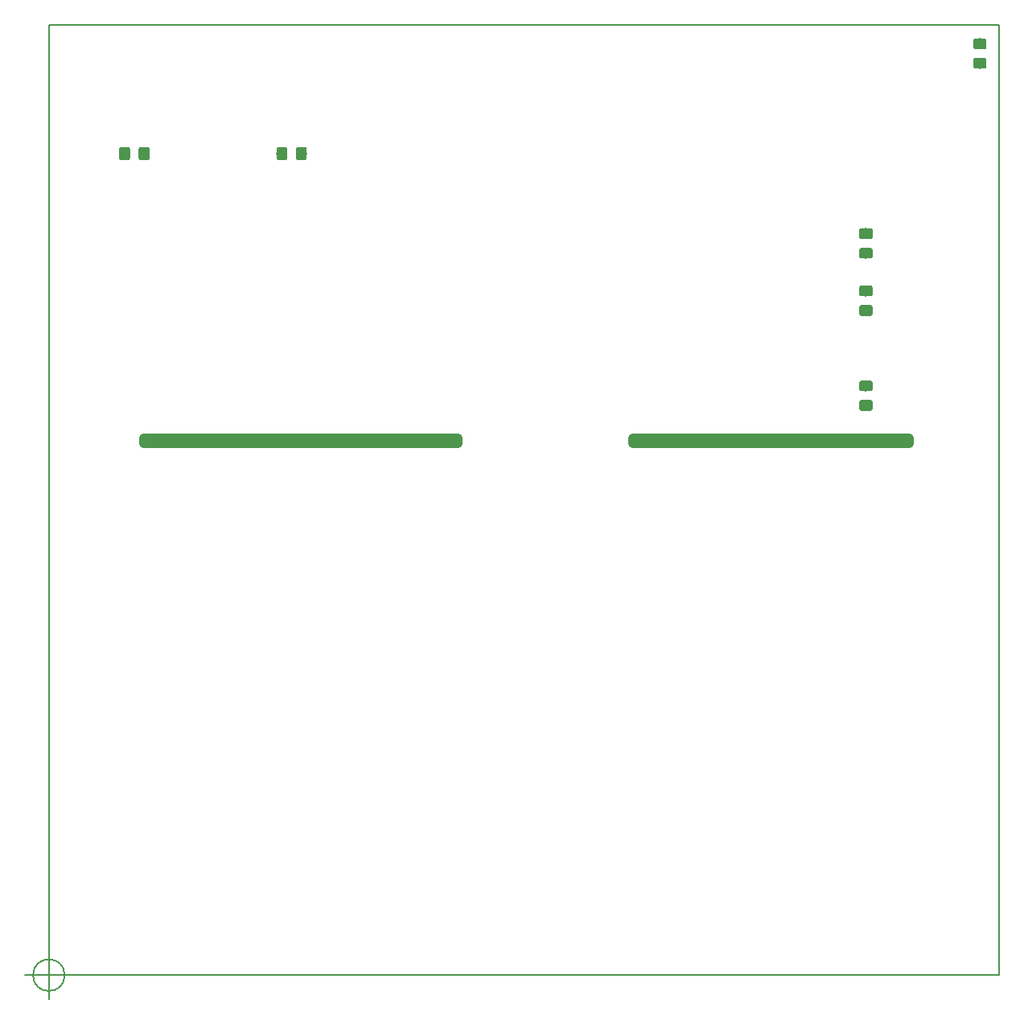
<source format=gbr>
%TF.GenerationSoftware,KiCad,Pcbnew,(5.0.0)*%
%TF.CreationDate,2019-01-15T18:54:47+01:00*%
%TF.ProjectId,KicadEuropower,4B696361644575726F706F7765722E6B,Rev B*%
%TF.SameCoordinates,Original*%
%TF.FileFunction,Paste,Top*%
%TF.FilePolarity,Positive*%
%FSLAX46Y46*%
G04 Gerber Fmt 4.6, Leading zero omitted, Abs format (unit mm)*
G04 Created by KiCad (PCBNEW (5.0.0)) date 01/15/19 18:54:47*
%MOMM*%
%LPD*%
G01*
G04 APERTURE LIST*
%ADD10C,1.000000*%
%ADD11C,0.150000*%
%ADD12C,0.200000*%
%ADD13C,1.150000*%
G04 APERTURE END LIST*
D10*
X161500000Y-94000000D02*
X161500000Y-93500000D01*
X161500000Y-93500000D02*
X190500000Y-93500000D01*
X190500000Y-94000000D02*
X161500000Y-94000000D01*
X190500000Y-93500000D02*
X190500000Y-94000000D01*
X110000000Y-94000000D02*
X110000000Y-93500000D01*
X143000000Y-94000000D02*
X110000000Y-94000000D01*
X143000000Y-93500000D02*
X143000000Y-94000000D01*
X110000000Y-93500000D02*
X143000000Y-93500000D01*
D11*
X101666666Y-150000000D02*
G75*
G03X101666666Y-150000000I-1666666J0D01*
G01*
X97500000Y-150000000D02*
X102500000Y-150000000D01*
X100000000Y-147500000D02*
X100000000Y-152500000D01*
D12*
X200000000Y-50000000D02*
X100000000Y-50000000D01*
X200000000Y-150000000D02*
X200000000Y-50000000D01*
X100000000Y-150000000D02*
X200000000Y-150000000D01*
X100000000Y-50000000D02*
X100000000Y-150000000D01*
D11*
G36*
X198474505Y-53451204D02*
X198498773Y-53454804D01*
X198522572Y-53460765D01*
X198545671Y-53469030D01*
X198567850Y-53479520D01*
X198588893Y-53492132D01*
X198608599Y-53506747D01*
X198626777Y-53523223D01*
X198643253Y-53541401D01*
X198657868Y-53561107D01*
X198670480Y-53582150D01*
X198680970Y-53604329D01*
X198689235Y-53627428D01*
X198695196Y-53651227D01*
X198698796Y-53675495D01*
X198700000Y-53699999D01*
X198700000Y-54350001D01*
X198698796Y-54374505D01*
X198695196Y-54398773D01*
X198689235Y-54422572D01*
X198680970Y-54445671D01*
X198670480Y-54467850D01*
X198657868Y-54488893D01*
X198643253Y-54508599D01*
X198626777Y-54526777D01*
X198608599Y-54543253D01*
X198588893Y-54557868D01*
X198567850Y-54570480D01*
X198545671Y-54580970D01*
X198522572Y-54589235D01*
X198498773Y-54595196D01*
X198474505Y-54598796D01*
X198450001Y-54600000D01*
X197549999Y-54600000D01*
X197525495Y-54598796D01*
X197501227Y-54595196D01*
X197477428Y-54589235D01*
X197454329Y-54580970D01*
X197432150Y-54570480D01*
X197411107Y-54557868D01*
X197391401Y-54543253D01*
X197373223Y-54526777D01*
X197356747Y-54508599D01*
X197342132Y-54488893D01*
X197329520Y-54467850D01*
X197319030Y-54445671D01*
X197310765Y-54422572D01*
X197304804Y-54398773D01*
X197301204Y-54374505D01*
X197300000Y-54350001D01*
X197300000Y-53699999D01*
X197301204Y-53675495D01*
X197304804Y-53651227D01*
X197310765Y-53627428D01*
X197319030Y-53604329D01*
X197329520Y-53582150D01*
X197342132Y-53561107D01*
X197356747Y-53541401D01*
X197373223Y-53523223D01*
X197391401Y-53506747D01*
X197411107Y-53492132D01*
X197432150Y-53479520D01*
X197454329Y-53469030D01*
X197477428Y-53460765D01*
X197501227Y-53454804D01*
X197525495Y-53451204D01*
X197549999Y-53450000D01*
X198450001Y-53450000D01*
X198474505Y-53451204D01*
X198474505Y-53451204D01*
G37*
D13*
X198000000Y-54025000D03*
D11*
G36*
X198474505Y-51401204D02*
X198498773Y-51404804D01*
X198522572Y-51410765D01*
X198545671Y-51419030D01*
X198567850Y-51429520D01*
X198588893Y-51442132D01*
X198608599Y-51456747D01*
X198626777Y-51473223D01*
X198643253Y-51491401D01*
X198657868Y-51511107D01*
X198670480Y-51532150D01*
X198680970Y-51554329D01*
X198689235Y-51577428D01*
X198695196Y-51601227D01*
X198698796Y-51625495D01*
X198700000Y-51649999D01*
X198700000Y-52300001D01*
X198698796Y-52324505D01*
X198695196Y-52348773D01*
X198689235Y-52372572D01*
X198680970Y-52395671D01*
X198670480Y-52417850D01*
X198657868Y-52438893D01*
X198643253Y-52458599D01*
X198626777Y-52476777D01*
X198608599Y-52493253D01*
X198588893Y-52507868D01*
X198567850Y-52520480D01*
X198545671Y-52530970D01*
X198522572Y-52539235D01*
X198498773Y-52545196D01*
X198474505Y-52548796D01*
X198450001Y-52550000D01*
X197549999Y-52550000D01*
X197525495Y-52548796D01*
X197501227Y-52545196D01*
X197477428Y-52539235D01*
X197454329Y-52530970D01*
X197432150Y-52520480D01*
X197411107Y-52507868D01*
X197391401Y-52493253D01*
X197373223Y-52476777D01*
X197356747Y-52458599D01*
X197342132Y-52438893D01*
X197329520Y-52417850D01*
X197319030Y-52395671D01*
X197310765Y-52372572D01*
X197304804Y-52348773D01*
X197301204Y-52324505D01*
X197300000Y-52300001D01*
X197300000Y-51649999D01*
X197301204Y-51625495D01*
X197304804Y-51601227D01*
X197310765Y-51577428D01*
X197319030Y-51554329D01*
X197329520Y-51532150D01*
X197342132Y-51511107D01*
X197356747Y-51491401D01*
X197373223Y-51473223D01*
X197391401Y-51456747D01*
X197411107Y-51442132D01*
X197432150Y-51429520D01*
X197454329Y-51419030D01*
X197477428Y-51410765D01*
X197501227Y-51404804D01*
X197525495Y-51401204D01*
X197549999Y-51400000D01*
X198450001Y-51400000D01*
X198474505Y-51401204D01*
X198474505Y-51401204D01*
G37*
D13*
X198000000Y-51975000D03*
D11*
G36*
X124877729Y-62817150D02*
X124901997Y-62820750D01*
X124925796Y-62826711D01*
X124948895Y-62834976D01*
X124971074Y-62845466D01*
X124992117Y-62858078D01*
X125011823Y-62872693D01*
X125030001Y-62889169D01*
X125046477Y-62907347D01*
X125061092Y-62927053D01*
X125073704Y-62948096D01*
X125084194Y-62970275D01*
X125092459Y-62993374D01*
X125098420Y-63017173D01*
X125102020Y-63041441D01*
X125103224Y-63065945D01*
X125103224Y-63965947D01*
X125102020Y-63990451D01*
X125098420Y-64014719D01*
X125092459Y-64038518D01*
X125084194Y-64061617D01*
X125073704Y-64083796D01*
X125061092Y-64104839D01*
X125046477Y-64124545D01*
X125030001Y-64142723D01*
X125011823Y-64159199D01*
X124992117Y-64173814D01*
X124971074Y-64186426D01*
X124948895Y-64196916D01*
X124925796Y-64205181D01*
X124901997Y-64211142D01*
X124877729Y-64214742D01*
X124853225Y-64215946D01*
X124203223Y-64215946D01*
X124178719Y-64214742D01*
X124154451Y-64211142D01*
X124130652Y-64205181D01*
X124107553Y-64196916D01*
X124085374Y-64186426D01*
X124064331Y-64173814D01*
X124044625Y-64159199D01*
X124026447Y-64142723D01*
X124009971Y-64124545D01*
X123995356Y-64104839D01*
X123982744Y-64083796D01*
X123972254Y-64061617D01*
X123963989Y-64038518D01*
X123958028Y-64014719D01*
X123954428Y-63990451D01*
X123953224Y-63965947D01*
X123953224Y-63065945D01*
X123954428Y-63041441D01*
X123958028Y-63017173D01*
X123963989Y-62993374D01*
X123972254Y-62970275D01*
X123982744Y-62948096D01*
X123995356Y-62927053D01*
X124009971Y-62907347D01*
X124026447Y-62889169D01*
X124044625Y-62872693D01*
X124064331Y-62858078D01*
X124085374Y-62845466D01*
X124107553Y-62834976D01*
X124130652Y-62826711D01*
X124154451Y-62820750D01*
X124178719Y-62817150D01*
X124203223Y-62815946D01*
X124853225Y-62815946D01*
X124877729Y-62817150D01*
X124877729Y-62817150D01*
G37*
D13*
X124528224Y-63515946D03*
D11*
G36*
X126927729Y-62817150D02*
X126951997Y-62820750D01*
X126975796Y-62826711D01*
X126998895Y-62834976D01*
X127021074Y-62845466D01*
X127042117Y-62858078D01*
X127061823Y-62872693D01*
X127080001Y-62889169D01*
X127096477Y-62907347D01*
X127111092Y-62927053D01*
X127123704Y-62948096D01*
X127134194Y-62970275D01*
X127142459Y-62993374D01*
X127148420Y-63017173D01*
X127152020Y-63041441D01*
X127153224Y-63065945D01*
X127153224Y-63965947D01*
X127152020Y-63990451D01*
X127148420Y-64014719D01*
X127142459Y-64038518D01*
X127134194Y-64061617D01*
X127123704Y-64083796D01*
X127111092Y-64104839D01*
X127096477Y-64124545D01*
X127080001Y-64142723D01*
X127061823Y-64159199D01*
X127042117Y-64173814D01*
X127021074Y-64186426D01*
X126998895Y-64196916D01*
X126975796Y-64205181D01*
X126951997Y-64211142D01*
X126927729Y-64214742D01*
X126903225Y-64215946D01*
X126253223Y-64215946D01*
X126228719Y-64214742D01*
X126204451Y-64211142D01*
X126180652Y-64205181D01*
X126157553Y-64196916D01*
X126135374Y-64186426D01*
X126114331Y-64173814D01*
X126094625Y-64159199D01*
X126076447Y-64142723D01*
X126059971Y-64124545D01*
X126045356Y-64104839D01*
X126032744Y-64083796D01*
X126022254Y-64061617D01*
X126013989Y-64038518D01*
X126008028Y-64014719D01*
X126004428Y-63990451D01*
X126003224Y-63965947D01*
X126003224Y-63065945D01*
X126004428Y-63041441D01*
X126008028Y-63017173D01*
X126013989Y-62993374D01*
X126022254Y-62970275D01*
X126032744Y-62948096D01*
X126045356Y-62927053D01*
X126059971Y-62907347D01*
X126076447Y-62889169D01*
X126094625Y-62872693D01*
X126114331Y-62858078D01*
X126135374Y-62845466D01*
X126157553Y-62834976D01*
X126180652Y-62826711D01*
X126204451Y-62820750D01*
X126228719Y-62817150D01*
X126253223Y-62815946D01*
X126903225Y-62815946D01*
X126927729Y-62817150D01*
X126927729Y-62817150D01*
G37*
D13*
X126578224Y-63515946D03*
D11*
G36*
X110374505Y-62817150D02*
X110398773Y-62820750D01*
X110422572Y-62826711D01*
X110445671Y-62834976D01*
X110467850Y-62845466D01*
X110488893Y-62858078D01*
X110508599Y-62872693D01*
X110526777Y-62889169D01*
X110543253Y-62907347D01*
X110557868Y-62927053D01*
X110570480Y-62948096D01*
X110580970Y-62970275D01*
X110589235Y-62993374D01*
X110595196Y-63017173D01*
X110598796Y-63041441D01*
X110600000Y-63065945D01*
X110600000Y-63965947D01*
X110598796Y-63990451D01*
X110595196Y-64014719D01*
X110589235Y-64038518D01*
X110580970Y-64061617D01*
X110570480Y-64083796D01*
X110557868Y-64104839D01*
X110543253Y-64124545D01*
X110526777Y-64142723D01*
X110508599Y-64159199D01*
X110488893Y-64173814D01*
X110467850Y-64186426D01*
X110445671Y-64196916D01*
X110422572Y-64205181D01*
X110398773Y-64211142D01*
X110374505Y-64214742D01*
X110350001Y-64215946D01*
X109699999Y-64215946D01*
X109675495Y-64214742D01*
X109651227Y-64211142D01*
X109627428Y-64205181D01*
X109604329Y-64196916D01*
X109582150Y-64186426D01*
X109561107Y-64173814D01*
X109541401Y-64159199D01*
X109523223Y-64142723D01*
X109506747Y-64124545D01*
X109492132Y-64104839D01*
X109479520Y-64083796D01*
X109469030Y-64061617D01*
X109460765Y-64038518D01*
X109454804Y-64014719D01*
X109451204Y-63990451D01*
X109450000Y-63965947D01*
X109450000Y-63065945D01*
X109451204Y-63041441D01*
X109454804Y-63017173D01*
X109460765Y-62993374D01*
X109469030Y-62970275D01*
X109479520Y-62948096D01*
X109492132Y-62927053D01*
X109506747Y-62907347D01*
X109523223Y-62889169D01*
X109541401Y-62872693D01*
X109561107Y-62858078D01*
X109582150Y-62845466D01*
X109604329Y-62834976D01*
X109627428Y-62826711D01*
X109651227Y-62820750D01*
X109675495Y-62817150D01*
X109699999Y-62815946D01*
X110350001Y-62815946D01*
X110374505Y-62817150D01*
X110374505Y-62817150D01*
G37*
D13*
X110025000Y-63515946D03*
D11*
G36*
X108324505Y-62817150D02*
X108348773Y-62820750D01*
X108372572Y-62826711D01*
X108395671Y-62834976D01*
X108417850Y-62845466D01*
X108438893Y-62858078D01*
X108458599Y-62872693D01*
X108476777Y-62889169D01*
X108493253Y-62907347D01*
X108507868Y-62927053D01*
X108520480Y-62948096D01*
X108530970Y-62970275D01*
X108539235Y-62993374D01*
X108545196Y-63017173D01*
X108548796Y-63041441D01*
X108550000Y-63065945D01*
X108550000Y-63965947D01*
X108548796Y-63990451D01*
X108545196Y-64014719D01*
X108539235Y-64038518D01*
X108530970Y-64061617D01*
X108520480Y-64083796D01*
X108507868Y-64104839D01*
X108493253Y-64124545D01*
X108476777Y-64142723D01*
X108458599Y-64159199D01*
X108438893Y-64173814D01*
X108417850Y-64186426D01*
X108395671Y-64196916D01*
X108372572Y-64205181D01*
X108348773Y-64211142D01*
X108324505Y-64214742D01*
X108300001Y-64215946D01*
X107649999Y-64215946D01*
X107625495Y-64214742D01*
X107601227Y-64211142D01*
X107577428Y-64205181D01*
X107554329Y-64196916D01*
X107532150Y-64186426D01*
X107511107Y-64173814D01*
X107491401Y-64159199D01*
X107473223Y-64142723D01*
X107456747Y-64124545D01*
X107442132Y-64104839D01*
X107429520Y-64083796D01*
X107419030Y-64061617D01*
X107410765Y-64038518D01*
X107404804Y-64014719D01*
X107401204Y-63990451D01*
X107400000Y-63965947D01*
X107400000Y-63065945D01*
X107401204Y-63041441D01*
X107404804Y-63017173D01*
X107410765Y-62993374D01*
X107419030Y-62970275D01*
X107429520Y-62948096D01*
X107442132Y-62927053D01*
X107456747Y-62907347D01*
X107473223Y-62889169D01*
X107491401Y-62872693D01*
X107511107Y-62858078D01*
X107532150Y-62845466D01*
X107554329Y-62834976D01*
X107577428Y-62826711D01*
X107601227Y-62820750D01*
X107625495Y-62817150D01*
X107649999Y-62815946D01*
X108300001Y-62815946D01*
X108324505Y-62817150D01*
X108324505Y-62817150D01*
G37*
D13*
X107975000Y-63515946D03*
D11*
G36*
X186474505Y-87401204D02*
X186498773Y-87404804D01*
X186522572Y-87410765D01*
X186545671Y-87419030D01*
X186567850Y-87429520D01*
X186588893Y-87442132D01*
X186608599Y-87456747D01*
X186626777Y-87473223D01*
X186643253Y-87491401D01*
X186657868Y-87511107D01*
X186670480Y-87532150D01*
X186680970Y-87554329D01*
X186689235Y-87577428D01*
X186695196Y-87601227D01*
X186698796Y-87625495D01*
X186700000Y-87649999D01*
X186700000Y-88300001D01*
X186698796Y-88324505D01*
X186695196Y-88348773D01*
X186689235Y-88372572D01*
X186680970Y-88395671D01*
X186670480Y-88417850D01*
X186657868Y-88438893D01*
X186643253Y-88458599D01*
X186626777Y-88476777D01*
X186608599Y-88493253D01*
X186588893Y-88507868D01*
X186567850Y-88520480D01*
X186545671Y-88530970D01*
X186522572Y-88539235D01*
X186498773Y-88545196D01*
X186474505Y-88548796D01*
X186450001Y-88550000D01*
X185549999Y-88550000D01*
X185525495Y-88548796D01*
X185501227Y-88545196D01*
X185477428Y-88539235D01*
X185454329Y-88530970D01*
X185432150Y-88520480D01*
X185411107Y-88507868D01*
X185391401Y-88493253D01*
X185373223Y-88476777D01*
X185356747Y-88458599D01*
X185342132Y-88438893D01*
X185329520Y-88417850D01*
X185319030Y-88395671D01*
X185310765Y-88372572D01*
X185304804Y-88348773D01*
X185301204Y-88324505D01*
X185300000Y-88300001D01*
X185300000Y-87649999D01*
X185301204Y-87625495D01*
X185304804Y-87601227D01*
X185310765Y-87577428D01*
X185319030Y-87554329D01*
X185329520Y-87532150D01*
X185342132Y-87511107D01*
X185356747Y-87491401D01*
X185373223Y-87473223D01*
X185391401Y-87456747D01*
X185411107Y-87442132D01*
X185432150Y-87429520D01*
X185454329Y-87419030D01*
X185477428Y-87410765D01*
X185501227Y-87404804D01*
X185525495Y-87401204D01*
X185549999Y-87400000D01*
X186450001Y-87400000D01*
X186474505Y-87401204D01*
X186474505Y-87401204D01*
G37*
D13*
X186000000Y-87975000D03*
D11*
G36*
X186474505Y-89451204D02*
X186498773Y-89454804D01*
X186522572Y-89460765D01*
X186545671Y-89469030D01*
X186567850Y-89479520D01*
X186588893Y-89492132D01*
X186608599Y-89506747D01*
X186626777Y-89523223D01*
X186643253Y-89541401D01*
X186657868Y-89561107D01*
X186670480Y-89582150D01*
X186680970Y-89604329D01*
X186689235Y-89627428D01*
X186695196Y-89651227D01*
X186698796Y-89675495D01*
X186700000Y-89699999D01*
X186700000Y-90350001D01*
X186698796Y-90374505D01*
X186695196Y-90398773D01*
X186689235Y-90422572D01*
X186680970Y-90445671D01*
X186670480Y-90467850D01*
X186657868Y-90488893D01*
X186643253Y-90508599D01*
X186626777Y-90526777D01*
X186608599Y-90543253D01*
X186588893Y-90557868D01*
X186567850Y-90570480D01*
X186545671Y-90580970D01*
X186522572Y-90589235D01*
X186498773Y-90595196D01*
X186474505Y-90598796D01*
X186450001Y-90600000D01*
X185549999Y-90600000D01*
X185525495Y-90598796D01*
X185501227Y-90595196D01*
X185477428Y-90589235D01*
X185454329Y-90580970D01*
X185432150Y-90570480D01*
X185411107Y-90557868D01*
X185391401Y-90543253D01*
X185373223Y-90526777D01*
X185356747Y-90508599D01*
X185342132Y-90488893D01*
X185329520Y-90467850D01*
X185319030Y-90445671D01*
X185310765Y-90422572D01*
X185304804Y-90398773D01*
X185301204Y-90374505D01*
X185300000Y-90350001D01*
X185300000Y-89699999D01*
X185301204Y-89675495D01*
X185304804Y-89651227D01*
X185310765Y-89627428D01*
X185319030Y-89604329D01*
X185329520Y-89582150D01*
X185342132Y-89561107D01*
X185356747Y-89541401D01*
X185373223Y-89523223D01*
X185391401Y-89506747D01*
X185411107Y-89492132D01*
X185432150Y-89479520D01*
X185454329Y-89469030D01*
X185477428Y-89460765D01*
X185501227Y-89454804D01*
X185525495Y-89451204D01*
X185549999Y-89450000D01*
X186450001Y-89450000D01*
X186474505Y-89451204D01*
X186474505Y-89451204D01*
G37*
D13*
X186000000Y-90025000D03*
D11*
G36*
X186474505Y-79451204D02*
X186498773Y-79454804D01*
X186522572Y-79460765D01*
X186545671Y-79469030D01*
X186567850Y-79479520D01*
X186588893Y-79492132D01*
X186608599Y-79506747D01*
X186626777Y-79523223D01*
X186643253Y-79541401D01*
X186657868Y-79561107D01*
X186670480Y-79582150D01*
X186680970Y-79604329D01*
X186689235Y-79627428D01*
X186695196Y-79651227D01*
X186698796Y-79675495D01*
X186700000Y-79699999D01*
X186700000Y-80350001D01*
X186698796Y-80374505D01*
X186695196Y-80398773D01*
X186689235Y-80422572D01*
X186680970Y-80445671D01*
X186670480Y-80467850D01*
X186657868Y-80488893D01*
X186643253Y-80508599D01*
X186626777Y-80526777D01*
X186608599Y-80543253D01*
X186588893Y-80557868D01*
X186567850Y-80570480D01*
X186545671Y-80580970D01*
X186522572Y-80589235D01*
X186498773Y-80595196D01*
X186474505Y-80598796D01*
X186450001Y-80600000D01*
X185549999Y-80600000D01*
X185525495Y-80598796D01*
X185501227Y-80595196D01*
X185477428Y-80589235D01*
X185454329Y-80580970D01*
X185432150Y-80570480D01*
X185411107Y-80557868D01*
X185391401Y-80543253D01*
X185373223Y-80526777D01*
X185356747Y-80508599D01*
X185342132Y-80488893D01*
X185329520Y-80467850D01*
X185319030Y-80445671D01*
X185310765Y-80422572D01*
X185304804Y-80398773D01*
X185301204Y-80374505D01*
X185300000Y-80350001D01*
X185300000Y-79699999D01*
X185301204Y-79675495D01*
X185304804Y-79651227D01*
X185310765Y-79627428D01*
X185319030Y-79604329D01*
X185329520Y-79582150D01*
X185342132Y-79561107D01*
X185356747Y-79541401D01*
X185373223Y-79523223D01*
X185391401Y-79506747D01*
X185411107Y-79492132D01*
X185432150Y-79479520D01*
X185454329Y-79469030D01*
X185477428Y-79460765D01*
X185501227Y-79454804D01*
X185525495Y-79451204D01*
X185549999Y-79450000D01*
X186450001Y-79450000D01*
X186474505Y-79451204D01*
X186474505Y-79451204D01*
G37*
D13*
X186000000Y-80025000D03*
D11*
G36*
X186474505Y-77401204D02*
X186498773Y-77404804D01*
X186522572Y-77410765D01*
X186545671Y-77419030D01*
X186567850Y-77429520D01*
X186588893Y-77442132D01*
X186608599Y-77456747D01*
X186626777Y-77473223D01*
X186643253Y-77491401D01*
X186657868Y-77511107D01*
X186670480Y-77532150D01*
X186680970Y-77554329D01*
X186689235Y-77577428D01*
X186695196Y-77601227D01*
X186698796Y-77625495D01*
X186700000Y-77649999D01*
X186700000Y-78300001D01*
X186698796Y-78324505D01*
X186695196Y-78348773D01*
X186689235Y-78372572D01*
X186680970Y-78395671D01*
X186670480Y-78417850D01*
X186657868Y-78438893D01*
X186643253Y-78458599D01*
X186626777Y-78476777D01*
X186608599Y-78493253D01*
X186588893Y-78507868D01*
X186567850Y-78520480D01*
X186545671Y-78530970D01*
X186522572Y-78539235D01*
X186498773Y-78545196D01*
X186474505Y-78548796D01*
X186450001Y-78550000D01*
X185549999Y-78550000D01*
X185525495Y-78548796D01*
X185501227Y-78545196D01*
X185477428Y-78539235D01*
X185454329Y-78530970D01*
X185432150Y-78520480D01*
X185411107Y-78507868D01*
X185391401Y-78493253D01*
X185373223Y-78476777D01*
X185356747Y-78458599D01*
X185342132Y-78438893D01*
X185329520Y-78417850D01*
X185319030Y-78395671D01*
X185310765Y-78372572D01*
X185304804Y-78348773D01*
X185301204Y-78324505D01*
X185300000Y-78300001D01*
X185300000Y-77649999D01*
X185301204Y-77625495D01*
X185304804Y-77601227D01*
X185310765Y-77577428D01*
X185319030Y-77554329D01*
X185329520Y-77532150D01*
X185342132Y-77511107D01*
X185356747Y-77491401D01*
X185373223Y-77473223D01*
X185391401Y-77456747D01*
X185411107Y-77442132D01*
X185432150Y-77429520D01*
X185454329Y-77419030D01*
X185477428Y-77410765D01*
X185501227Y-77404804D01*
X185525495Y-77401204D01*
X185549999Y-77400000D01*
X186450001Y-77400000D01*
X186474505Y-77401204D01*
X186474505Y-77401204D01*
G37*
D13*
X186000000Y-77975000D03*
D11*
G36*
X186474505Y-73426204D02*
X186498773Y-73429804D01*
X186522572Y-73435765D01*
X186545671Y-73444030D01*
X186567850Y-73454520D01*
X186588893Y-73467132D01*
X186608599Y-73481747D01*
X186626777Y-73498223D01*
X186643253Y-73516401D01*
X186657868Y-73536107D01*
X186670480Y-73557150D01*
X186680970Y-73579329D01*
X186689235Y-73602428D01*
X186695196Y-73626227D01*
X186698796Y-73650495D01*
X186700000Y-73674999D01*
X186700000Y-74325001D01*
X186698796Y-74349505D01*
X186695196Y-74373773D01*
X186689235Y-74397572D01*
X186680970Y-74420671D01*
X186670480Y-74442850D01*
X186657868Y-74463893D01*
X186643253Y-74483599D01*
X186626777Y-74501777D01*
X186608599Y-74518253D01*
X186588893Y-74532868D01*
X186567850Y-74545480D01*
X186545671Y-74555970D01*
X186522572Y-74564235D01*
X186498773Y-74570196D01*
X186474505Y-74573796D01*
X186450001Y-74575000D01*
X185549999Y-74575000D01*
X185525495Y-74573796D01*
X185501227Y-74570196D01*
X185477428Y-74564235D01*
X185454329Y-74555970D01*
X185432150Y-74545480D01*
X185411107Y-74532868D01*
X185391401Y-74518253D01*
X185373223Y-74501777D01*
X185356747Y-74483599D01*
X185342132Y-74463893D01*
X185329520Y-74442850D01*
X185319030Y-74420671D01*
X185310765Y-74397572D01*
X185304804Y-74373773D01*
X185301204Y-74349505D01*
X185300000Y-74325001D01*
X185300000Y-73674999D01*
X185301204Y-73650495D01*
X185304804Y-73626227D01*
X185310765Y-73602428D01*
X185319030Y-73579329D01*
X185329520Y-73557150D01*
X185342132Y-73536107D01*
X185356747Y-73516401D01*
X185373223Y-73498223D01*
X185391401Y-73481747D01*
X185411107Y-73467132D01*
X185432150Y-73454520D01*
X185454329Y-73444030D01*
X185477428Y-73435765D01*
X185501227Y-73429804D01*
X185525495Y-73426204D01*
X185549999Y-73425000D01*
X186450001Y-73425000D01*
X186474505Y-73426204D01*
X186474505Y-73426204D01*
G37*
D13*
X186000000Y-74000000D03*
D11*
G36*
X186474505Y-71376204D02*
X186498773Y-71379804D01*
X186522572Y-71385765D01*
X186545671Y-71394030D01*
X186567850Y-71404520D01*
X186588893Y-71417132D01*
X186608599Y-71431747D01*
X186626777Y-71448223D01*
X186643253Y-71466401D01*
X186657868Y-71486107D01*
X186670480Y-71507150D01*
X186680970Y-71529329D01*
X186689235Y-71552428D01*
X186695196Y-71576227D01*
X186698796Y-71600495D01*
X186700000Y-71624999D01*
X186700000Y-72275001D01*
X186698796Y-72299505D01*
X186695196Y-72323773D01*
X186689235Y-72347572D01*
X186680970Y-72370671D01*
X186670480Y-72392850D01*
X186657868Y-72413893D01*
X186643253Y-72433599D01*
X186626777Y-72451777D01*
X186608599Y-72468253D01*
X186588893Y-72482868D01*
X186567850Y-72495480D01*
X186545671Y-72505970D01*
X186522572Y-72514235D01*
X186498773Y-72520196D01*
X186474505Y-72523796D01*
X186450001Y-72525000D01*
X185549999Y-72525000D01*
X185525495Y-72523796D01*
X185501227Y-72520196D01*
X185477428Y-72514235D01*
X185454329Y-72505970D01*
X185432150Y-72495480D01*
X185411107Y-72482868D01*
X185391401Y-72468253D01*
X185373223Y-72451777D01*
X185356747Y-72433599D01*
X185342132Y-72413893D01*
X185329520Y-72392850D01*
X185319030Y-72370671D01*
X185310765Y-72347572D01*
X185304804Y-72323773D01*
X185301204Y-72299505D01*
X185300000Y-72275001D01*
X185300000Y-71624999D01*
X185301204Y-71600495D01*
X185304804Y-71576227D01*
X185310765Y-71552428D01*
X185319030Y-71529329D01*
X185329520Y-71507150D01*
X185342132Y-71486107D01*
X185356747Y-71466401D01*
X185373223Y-71448223D01*
X185391401Y-71431747D01*
X185411107Y-71417132D01*
X185432150Y-71404520D01*
X185454329Y-71394030D01*
X185477428Y-71385765D01*
X185501227Y-71379804D01*
X185525495Y-71376204D01*
X185549999Y-71375000D01*
X186450001Y-71375000D01*
X186474505Y-71376204D01*
X186474505Y-71376204D01*
G37*
D13*
X186000000Y-71950000D03*
M02*

</source>
